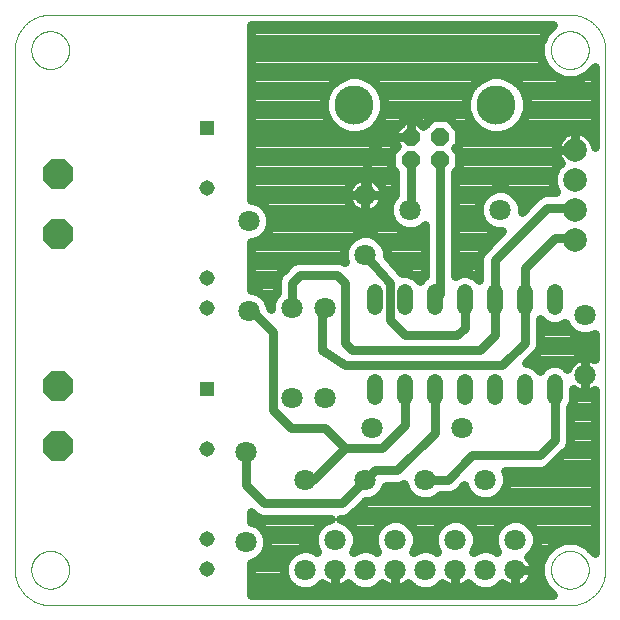
<source format=gbl>
G75*
%MOIN*%
%OFA0B0*%
%FSLAX25Y25*%
%IPPOS*%
%LPD*%
%AMOC8*
5,1,8,0,0,1.08239X$1,22.5*
%
%ADD10C,0.00000*%
%ADD11C,0.07087*%
%ADD12C,0.05200*%
%ADD13OC8,0.05740*%
%ADD14C,0.13055*%
%ADD15C,0.07874*%
%ADD16R,0.05150X0.05150*%
%ADD17C,0.05150*%
%ADD18OC8,0.10000*%
%ADD19C,0.03150*%
D10*
X0013011Y0007724D02*
X0186239Y0007724D01*
X0179940Y0019535D02*
X0179942Y0019693D01*
X0179948Y0019851D01*
X0179958Y0020009D01*
X0179972Y0020167D01*
X0179990Y0020324D01*
X0180011Y0020481D01*
X0180037Y0020637D01*
X0180067Y0020793D01*
X0180100Y0020948D01*
X0180138Y0021101D01*
X0180179Y0021254D01*
X0180224Y0021406D01*
X0180273Y0021557D01*
X0180326Y0021706D01*
X0180382Y0021854D01*
X0180442Y0022000D01*
X0180506Y0022145D01*
X0180574Y0022288D01*
X0180645Y0022430D01*
X0180719Y0022570D01*
X0180797Y0022707D01*
X0180879Y0022843D01*
X0180963Y0022977D01*
X0181052Y0023108D01*
X0181143Y0023237D01*
X0181238Y0023364D01*
X0181335Y0023489D01*
X0181436Y0023611D01*
X0181540Y0023730D01*
X0181647Y0023847D01*
X0181757Y0023961D01*
X0181870Y0024072D01*
X0181985Y0024181D01*
X0182103Y0024286D01*
X0182224Y0024388D01*
X0182347Y0024488D01*
X0182473Y0024584D01*
X0182601Y0024677D01*
X0182731Y0024767D01*
X0182864Y0024853D01*
X0182999Y0024937D01*
X0183135Y0025016D01*
X0183274Y0025093D01*
X0183415Y0025165D01*
X0183557Y0025235D01*
X0183701Y0025300D01*
X0183847Y0025362D01*
X0183994Y0025420D01*
X0184143Y0025475D01*
X0184293Y0025526D01*
X0184444Y0025573D01*
X0184596Y0025616D01*
X0184749Y0025655D01*
X0184904Y0025691D01*
X0185059Y0025722D01*
X0185215Y0025750D01*
X0185371Y0025774D01*
X0185528Y0025794D01*
X0185686Y0025810D01*
X0185843Y0025822D01*
X0186002Y0025830D01*
X0186160Y0025834D01*
X0186318Y0025834D01*
X0186476Y0025830D01*
X0186635Y0025822D01*
X0186792Y0025810D01*
X0186950Y0025794D01*
X0187107Y0025774D01*
X0187263Y0025750D01*
X0187419Y0025722D01*
X0187574Y0025691D01*
X0187729Y0025655D01*
X0187882Y0025616D01*
X0188034Y0025573D01*
X0188185Y0025526D01*
X0188335Y0025475D01*
X0188484Y0025420D01*
X0188631Y0025362D01*
X0188777Y0025300D01*
X0188921Y0025235D01*
X0189063Y0025165D01*
X0189204Y0025093D01*
X0189343Y0025016D01*
X0189479Y0024937D01*
X0189614Y0024853D01*
X0189747Y0024767D01*
X0189877Y0024677D01*
X0190005Y0024584D01*
X0190131Y0024488D01*
X0190254Y0024388D01*
X0190375Y0024286D01*
X0190493Y0024181D01*
X0190608Y0024072D01*
X0190721Y0023961D01*
X0190831Y0023847D01*
X0190938Y0023730D01*
X0191042Y0023611D01*
X0191143Y0023489D01*
X0191240Y0023364D01*
X0191335Y0023237D01*
X0191426Y0023108D01*
X0191515Y0022977D01*
X0191599Y0022843D01*
X0191681Y0022707D01*
X0191759Y0022570D01*
X0191833Y0022430D01*
X0191904Y0022288D01*
X0191972Y0022145D01*
X0192036Y0022000D01*
X0192096Y0021854D01*
X0192152Y0021706D01*
X0192205Y0021557D01*
X0192254Y0021406D01*
X0192299Y0021254D01*
X0192340Y0021101D01*
X0192378Y0020948D01*
X0192411Y0020793D01*
X0192441Y0020637D01*
X0192467Y0020481D01*
X0192488Y0020324D01*
X0192506Y0020167D01*
X0192520Y0020009D01*
X0192530Y0019851D01*
X0192536Y0019693D01*
X0192538Y0019535D01*
X0192536Y0019377D01*
X0192530Y0019219D01*
X0192520Y0019061D01*
X0192506Y0018903D01*
X0192488Y0018746D01*
X0192467Y0018589D01*
X0192441Y0018433D01*
X0192411Y0018277D01*
X0192378Y0018122D01*
X0192340Y0017969D01*
X0192299Y0017816D01*
X0192254Y0017664D01*
X0192205Y0017513D01*
X0192152Y0017364D01*
X0192096Y0017216D01*
X0192036Y0017070D01*
X0191972Y0016925D01*
X0191904Y0016782D01*
X0191833Y0016640D01*
X0191759Y0016500D01*
X0191681Y0016363D01*
X0191599Y0016227D01*
X0191515Y0016093D01*
X0191426Y0015962D01*
X0191335Y0015833D01*
X0191240Y0015706D01*
X0191143Y0015581D01*
X0191042Y0015459D01*
X0190938Y0015340D01*
X0190831Y0015223D01*
X0190721Y0015109D01*
X0190608Y0014998D01*
X0190493Y0014889D01*
X0190375Y0014784D01*
X0190254Y0014682D01*
X0190131Y0014582D01*
X0190005Y0014486D01*
X0189877Y0014393D01*
X0189747Y0014303D01*
X0189614Y0014217D01*
X0189479Y0014133D01*
X0189343Y0014054D01*
X0189204Y0013977D01*
X0189063Y0013905D01*
X0188921Y0013835D01*
X0188777Y0013770D01*
X0188631Y0013708D01*
X0188484Y0013650D01*
X0188335Y0013595D01*
X0188185Y0013544D01*
X0188034Y0013497D01*
X0187882Y0013454D01*
X0187729Y0013415D01*
X0187574Y0013379D01*
X0187419Y0013348D01*
X0187263Y0013320D01*
X0187107Y0013296D01*
X0186950Y0013276D01*
X0186792Y0013260D01*
X0186635Y0013248D01*
X0186476Y0013240D01*
X0186318Y0013236D01*
X0186160Y0013236D01*
X0186002Y0013240D01*
X0185843Y0013248D01*
X0185686Y0013260D01*
X0185528Y0013276D01*
X0185371Y0013296D01*
X0185215Y0013320D01*
X0185059Y0013348D01*
X0184904Y0013379D01*
X0184749Y0013415D01*
X0184596Y0013454D01*
X0184444Y0013497D01*
X0184293Y0013544D01*
X0184143Y0013595D01*
X0183994Y0013650D01*
X0183847Y0013708D01*
X0183701Y0013770D01*
X0183557Y0013835D01*
X0183415Y0013905D01*
X0183274Y0013977D01*
X0183135Y0014054D01*
X0182999Y0014133D01*
X0182864Y0014217D01*
X0182731Y0014303D01*
X0182601Y0014393D01*
X0182473Y0014486D01*
X0182347Y0014582D01*
X0182224Y0014682D01*
X0182103Y0014784D01*
X0181985Y0014889D01*
X0181870Y0014998D01*
X0181757Y0015109D01*
X0181647Y0015223D01*
X0181540Y0015340D01*
X0181436Y0015459D01*
X0181335Y0015581D01*
X0181238Y0015706D01*
X0181143Y0015833D01*
X0181052Y0015962D01*
X0180963Y0016093D01*
X0180879Y0016227D01*
X0180797Y0016363D01*
X0180719Y0016500D01*
X0180645Y0016640D01*
X0180574Y0016782D01*
X0180506Y0016925D01*
X0180442Y0017070D01*
X0180382Y0017216D01*
X0180326Y0017364D01*
X0180273Y0017513D01*
X0180224Y0017664D01*
X0180179Y0017816D01*
X0180138Y0017969D01*
X0180100Y0018122D01*
X0180067Y0018277D01*
X0180037Y0018433D01*
X0180011Y0018589D01*
X0179990Y0018746D01*
X0179972Y0018903D01*
X0179958Y0019061D01*
X0179948Y0019219D01*
X0179942Y0019377D01*
X0179940Y0019535D01*
X0186239Y0007724D02*
X0186524Y0007727D01*
X0186810Y0007738D01*
X0187095Y0007755D01*
X0187379Y0007779D01*
X0187663Y0007810D01*
X0187946Y0007848D01*
X0188227Y0007893D01*
X0188508Y0007944D01*
X0188788Y0008002D01*
X0189066Y0008067D01*
X0189342Y0008139D01*
X0189616Y0008217D01*
X0189889Y0008302D01*
X0190159Y0008394D01*
X0190427Y0008492D01*
X0190693Y0008596D01*
X0190956Y0008707D01*
X0191216Y0008824D01*
X0191474Y0008947D01*
X0191728Y0009077D01*
X0191979Y0009213D01*
X0192227Y0009354D01*
X0192471Y0009502D01*
X0192712Y0009655D01*
X0192948Y0009815D01*
X0193181Y0009980D01*
X0193410Y0010150D01*
X0193635Y0010326D01*
X0193855Y0010508D01*
X0194071Y0010694D01*
X0194282Y0010886D01*
X0194489Y0011083D01*
X0194691Y0011285D01*
X0194888Y0011492D01*
X0195080Y0011703D01*
X0195266Y0011919D01*
X0195448Y0012139D01*
X0195624Y0012364D01*
X0195794Y0012593D01*
X0195959Y0012826D01*
X0196119Y0013062D01*
X0196272Y0013303D01*
X0196420Y0013547D01*
X0196561Y0013795D01*
X0196697Y0014046D01*
X0196827Y0014300D01*
X0196950Y0014558D01*
X0197067Y0014818D01*
X0197178Y0015081D01*
X0197282Y0015347D01*
X0197380Y0015615D01*
X0197472Y0015885D01*
X0197557Y0016158D01*
X0197635Y0016432D01*
X0197707Y0016708D01*
X0197772Y0016986D01*
X0197830Y0017266D01*
X0197881Y0017547D01*
X0197926Y0017828D01*
X0197964Y0018111D01*
X0197995Y0018395D01*
X0198019Y0018679D01*
X0198036Y0018964D01*
X0198047Y0019250D01*
X0198050Y0019535D01*
X0198050Y0192764D01*
X0179940Y0192764D02*
X0179942Y0192922D01*
X0179948Y0193080D01*
X0179958Y0193238D01*
X0179972Y0193396D01*
X0179990Y0193553D01*
X0180011Y0193710D01*
X0180037Y0193866D01*
X0180067Y0194022D01*
X0180100Y0194177D01*
X0180138Y0194330D01*
X0180179Y0194483D01*
X0180224Y0194635D01*
X0180273Y0194786D01*
X0180326Y0194935D01*
X0180382Y0195083D01*
X0180442Y0195229D01*
X0180506Y0195374D01*
X0180574Y0195517D01*
X0180645Y0195659D01*
X0180719Y0195799D01*
X0180797Y0195936D01*
X0180879Y0196072D01*
X0180963Y0196206D01*
X0181052Y0196337D01*
X0181143Y0196466D01*
X0181238Y0196593D01*
X0181335Y0196718D01*
X0181436Y0196840D01*
X0181540Y0196959D01*
X0181647Y0197076D01*
X0181757Y0197190D01*
X0181870Y0197301D01*
X0181985Y0197410D01*
X0182103Y0197515D01*
X0182224Y0197617D01*
X0182347Y0197717D01*
X0182473Y0197813D01*
X0182601Y0197906D01*
X0182731Y0197996D01*
X0182864Y0198082D01*
X0182999Y0198166D01*
X0183135Y0198245D01*
X0183274Y0198322D01*
X0183415Y0198394D01*
X0183557Y0198464D01*
X0183701Y0198529D01*
X0183847Y0198591D01*
X0183994Y0198649D01*
X0184143Y0198704D01*
X0184293Y0198755D01*
X0184444Y0198802D01*
X0184596Y0198845D01*
X0184749Y0198884D01*
X0184904Y0198920D01*
X0185059Y0198951D01*
X0185215Y0198979D01*
X0185371Y0199003D01*
X0185528Y0199023D01*
X0185686Y0199039D01*
X0185843Y0199051D01*
X0186002Y0199059D01*
X0186160Y0199063D01*
X0186318Y0199063D01*
X0186476Y0199059D01*
X0186635Y0199051D01*
X0186792Y0199039D01*
X0186950Y0199023D01*
X0187107Y0199003D01*
X0187263Y0198979D01*
X0187419Y0198951D01*
X0187574Y0198920D01*
X0187729Y0198884D01*
X0187882Y0198845D01*
X0188034Y0198802D01*
X0188185Y0198755D01*
X0188335Y0198704D01*
X0188484Y0198649D01*
X0188631Y0198591D01*
X0188777Y0198529D01*
X0188921Y0198464D01*
X0189063Y0198394D01*
X0189204Y0198322D01*
X0189343Y0198245D01*
X0189479Y0198166D01*
X0189614Y0198082D01*
X0189747Y0197996D01*
X0189877Y0197906D01*
X0190005Y0197813D01*
X0190131Y0197717D01*
X0190254Y0197617D01*
X0190375Y0197515D01*
X0190493Y0197410D01*
X0190608Y0197301D01*
X0190721Y0197190D01*
X0190831Y0197076D01*
X0190938Y0196959D01*
X0191042Y0196840D01*
X0191143Y0196718D01*
X0191240Y0196593D01*
X0191335Y0196466D01*
X0191426Y0196337D01*
X0191515Y0196206D01*
X0191599Y0196072D01*
X0191681Y0195936D01*
X0191759Y0195799D01*
X0191833Y0195659D01*
X0191904Y0195517D01*
X0191972Y0195374D01*
X0192036Y0195229D01*
X0192096Y0195083D01*
X0192152Y0194935D01*
X0192205Y0194786D01*
X0192254Y0194635D01*
X0192299Y0194483D01*
X0192340Y0194330D01*
X0192378Y0194177D01*
X0192411Y0194022D01*
X0192441Y0193866D01*
X0192467Y0193710D01*
X0192488Y0193553D01*
X0192506Y0193396D01*
X0192520Y0193238D01*
X0192530Y0193080D01*
X0192536Y0192922D01*
X0192538Y0192764D01*
X0192536Y0192606D01*
X0192530Y0192448D01*
X0192520Y0192290D01*
X0192506Y0192132D01*
X0192488Y0191975D01*
X0192467Y0191818D01*
X0192441Y0191662D01*
X0192411Y0191506D01*
X0192378Y0191351D01*
X0192340Y0191198D01*
X0192299Y0191045D01*
X0192254Y0190893D01*
X0192205Y0190742D01*
X0192152Y0190593D01*
X0192096Y0190445D01*
X0192036Y0190299D01*
X0191972Y0190154D01*
X0191904Y0190011D01*
X0191833Y0189869D01*
X0191759Y0189729D01*
X0191681Y0189592D01*
X0191599Y0189456D01*
X0191515Y0189322D01*
X0191426Y0189191D01*
X0191335Y0189062D01*
X0191240Y0188935D01*
X0191143Y0188810D01*
X0191042Y0188688D01*
X0190938Y0188569D01*
X0190831Y0188452D01*
X0190721Y0188338D01*
X0190608Y0188227D01*
X0190493Y0188118D01*
X0190375Y0188013D01*
X0190254Y0187911D01*
X0190131Y0187811D01*
X0190005Y0187715D01*
X0189877Y0187622D01*
X0189747Y0187532D01*
X0189614Y0187446D01*
X0189479Y0187362D01*
X0189343Y0187283D01*
X0189204Y0187206D01*
X0189063Y0187134D01*
X0188921Y0187064D01*
X0188777Y0186999D01*
X0188631Y0186937D01*
X0188484Y0186879D01*
X0188335Y0186824D01*
X0188185Y0186773D01*
X0188034Y0186726D01*
X0187882Y0186683D01*
X0187729Y0186644D01*
X0187574Y0186608D01*
X0187419Y0186577D01*
X0187263Y0186549D01*
X0187107Y0186525D01*
X0186950Y0186505D01*
X0186792Y0186489D01*
X0186635Y0186477D01*
X0186476Y0186469D01*
X0186318Y0186465D01*
X0186160Y0186465D01*
X0186002Y0186469D01*
X0185843Y0186477D01*
X0185686Y0186489D01*
X0185528Y0186505D01*
X0185371Y0186525D01*
X0185215Y0186549D01*
X0185059Y0186577D01*
X0184904Y0186608D01*
X0184749Y0186644D01*
X0184596Y0186683D01*
X0184444Y0186726D01*
X0184293Y0186773D01*
X0184143Y0186824D01*
X0183994Y0186879D01*
X0183847Y0186937D01*
X0183701Y0186999D01*
X0183557Y0187064D01*
X0183415Y0187134D01*
X0183274Y0187206D01*
X0183135Y0187283D01*
X0182999Y0187362D01*
X0182864Y0187446D01*
X0182731Y0187532D01*
X0182601Y0187622D01*
X0182473Y0187715D01*
X0182347Y0187811D01*
X0182224Y0187911D01*
X0182103Y0188013D01*
X0181985Y0188118D01*
X0181870Y0188227D01*
X0181757Y0188338D01*
X0181647Y0188452D01*
X0181540Y0188569D01*
X0181436Y0188688D01*
X0181335Y0188810D01*
X0181238Y0188935D01*
X0181143Y0189062D01*
X0181052Y0189191D01*
X0180963Y0189322D01*
X0180879Y0189456D01*
X0180797Y0189592D01*
X0180719Y0189729D01*
X0180645Y0189869D01*
X0180574Y0190011D01*
X0180506Y0190154D01*
X0180442Y0190299D01*
X0180382Y0190445D01*
X0180326Y0190593D01*
X0180273Y0190742D01*
X0180224Y0190893D01*
X0180179Y0191045D01*
X0180138Y0191198D01*
X0180100Y0191351D01*
X0180067Y0191506D01*
X0180037Y0191662D01*
X0180011Y0191818D01*
X0179990Y0191975D01*
X0179972Y0192132D01*
X0179958Y0192290D01*
X0179948Y0192448D01*
X0179942Y0192606D01*
X0179940Y0192764D01*
X0186239Y0204575D02*
X0186524Y0204572D01*
X0186810Y0204561D01*
X0187095Y0204544D01*
X0187379Y0204520D01*
X0187663Y0204489D01*
X0187946Y0204451D01*
X0188227Y0204406D01*
X0188508Y0204355D01*
X0188788Y0204297D01*
X0189066Y0204232D01*
X0189342Y0204160D01*
X0189616Y0204082D01*
X0189889Y0203997D01*
X0190159Y0203905D01*
X0190427Y0203807D01*
X0190693Y0203703D01*
X0190956Y0203592D01*
X0191216Y0203475D01*
X0191474Y0203352D01*
X0191728Y0203222D01*
X0191979Y0203086D01*
X0192227Y0202945D01*
X0192471Y0202797D01*
X0192712Y0202644D01*
X0192948Y0202484D01*
X0193181Y0202319D01*
X0193410Y0202149D01*
X0193635Y0201973D01*
X0193855Y0201791D01*
X0194071Y0201605D01*
X0194282Y0201413D01*
X0194489Y0201216D01*
X0194691Y0201014D01*
X0194888Y0200807D01*
X0195080Y0200596D01*
X0195266Y0200380D01*
X0195448Y0200160D01*
X0195624Y0199935D01*
X0195794Y0199706D01*
X0195959Y0199473D01*
X0196119Y0199237D01*
X0196272Y0198996D01*
X0196420Y0198752D01*
X0196561Y0198504D01*
X0196697Y0198253D01*
X0196827Y0197999D01*
X0196950Y0197741D01*
X0197067Y0197481D01*
X0197178Y0197218D01*
X0197282Y0196952D01*
X0197380Y0196684D01*
X0197472Y0196414D01*
X0197557Y0196141D01*
X0197635Y0195867D01*
X0197707Y0195591D01*
X0197772Y0195313D01*
X0197830Y0195033D01*
X0197881Y0194752D01*
X0197926Y0194471D01*
X0197964Y0194188D01*
X0197995Y0193904D01*
X0198019Y0193620D01*
X0198036Y0193335D01*
X0198047Y0193049D01*
X0198050Y0192764D01*
X0186239Y0204575D02*
X0013011Y0204575D01*
X0006712Y0192764D02*
X0006714Y0192922D01*
X0006720Y0193080D01*
X0006730Y0193238D01*
X0006744Y0193396D01*
X0006762Y0193553D01*
X0006783Y0193710D01*
X0006809Y0193866D01*
X0006839Y0194022D01*
X0006872Y0194177D01*
X0006910Y0194330D01*
X0006951Y0194483D01*
X0006996Y0194635D01*
X0007045Y0194786D01*
X0007098Y0194935D01*
X0007154Y0195083D01*
X0007214Y0195229D01*
X0007278Y0195374D01*
X0007346Y0195517D01*
X0007417Y0195659D01*
X0007491Y0195799D01*
X0007569Y0195936D01*
X0007651Y0196072D01*
X0007735Y0196206D01*
X0007824Y0196337D01*
X0007915Y0196466D01*
X0008010Y0196593D01*
X0008107Y0196718D01*
X0008208Y0196840D01*
X0008312Y0196959D01*
X0008419Y0197076D01*
X0008529Y0197190D01*
X0008642Y0197301D01*
X0008757Y0197410D01*
X0008875Y0197515D01*
X0008996Y0197617D01*
X0009119Y0197717D01*
X0009245Y0197813D01*
X0009373Y0197906D01*
X0009503Y0197996D01*
X0009636Y0198082D01*
X0009771Y0198166D01*
X0009907Y0198245D01*
X0010046Y0198322D01*
X0010187Y0198394D01*
X0010329Y0198464D01*
X0010473Y0198529D01*
X0010619Y0198591D01*
X0010766Y0198649D01*
X0010915Y0198704D01*
X0011065Y0198755D01*
X0011216Y0198802D01*
X0011368Y0198845D01*
X0011521Y0198884D01*
X0011676Y0198920D01*
X0011831Y0198951D01*
X0011987Y0198979D01*
X0012143Y0199003D01*
X0012300Y0199023D01*
X0012458Y0199039D01*
X0012615Y0199051D01*
X0012774Y0199059D01*
X0012932Y0199063D01*
X0013090Y0199063D01*
X0013248Y0199059D01*
X0013407Y0199051D01*
X0013564Y0199039D01*
X0013722Y0199023D01*
X0013879Y0199003D01*
X0014035Y0198979D01*
X0014191Y0198951D01*
X0014346Y0198920D01*
X0014501Y0198884D01*
X0014654Y0198845D01*
X0014806Y0198802D01*
X0014957Y0198755D01*
X0015107Y0198704D01*
X0015256Y0198649D01*
X0015403Y0198591D01*
X0015549Y0198529D01*
X0015693Y0198464D01*
X0015835Y0198394D01*
X0015976Y0198322D01*
X0016115Y0198245D01*
X0016251Y0198166D01*
X0016386Y0198082D01*
X0016519Y0197996D01*
X0016649Y0197906D01*
X0016777Y0197813D01*
X0016903Y0197717D01*
X0017026Y0197617D01*
X0017147Y0197515D01*
X0017265Y0197410D01*
X0017380Y0197301D01*
X0017493Y0197190D01*
X0017603Y0197076D01*
X0017710Y0196959D01*
X0017814Y0196840D01*
X0017915Y0196718D01*
X0018012Y0196593D01*
X0018107Y0196466D01*
X0018198Y0196337D01*
X0018287Y0196206D01*
X0018371Y0196072D01*
X0018453Y0195936D01*
X0018531Y0195799D01*
X0018605Y0195659D01*
X0018676Y0195517D01*
X0018744Y0195374D01*
X0018808Y0195229D01*
X0018868Y0195083D01*
X0018924Y0194935D01*
X0018977Y0194786D01*
X0019026Y0194635D01*
X0019071Y0194483D01*
X0019112Y0194330D01*
X0019150Y0194177D01*
X0019183Y0194022D01*
X0019213Y0193866D01*
X0019239Y0193710D01*
X0019260Y0193553D01*
X0019278Y0193396D01*
X0019292Y0193238D01*
X0019302Y0193080D01*
X0019308Y0192922D01*
X0019310Y0192764D01*
X0019308Y0192606D01*
X0019302Y0192448D01*
X0019292Y0192290D01*
X0019278Y0192132D01*
X0019260Y0191975D01*
X0019239Y0191818D01*
X0019213Y0191662D01*
X0019183Y0191506D01*
X0019150Y0191351D01*
X0019112Y0191198D01*
X0019071Y0191045D01*
X0019026Y0190893D01*
X0018977Y0190742D01*
X0018924Y0190593D01*
X0018868Y0190445D01*
X0018808Y0190299D01*
X0018744Y0190154D01*
X0018676Y0190011D01*
X0018605Y0189869D01*
X0018531Y0189729D01*
X0018453Y0189592D01*
X0018371Y0189456D01*
X0018287Y0189322D01*
X0018198Y0189191D01*
X0018107Y0189062D01*
X0018012Y0188935D01*
X0017915Y0188810D01*
X0017814Y0188688D01*
X0017710Y0188569D01*
X0017603Y0188452D01*
X0017493Y0188338D01*
X0017380Y0188227D01*
X0017265Y0188118D01*
X0017147Y0188013D01*
X0017026Y0187911D01*
X0016903Y0187811D01*
X0016777Y0187715D01*
X0016649Y0187622D01*
X0016519Y0187532D01*
X0016386Y0187446D01*
X0016251Y0187362D01*
X0016115Y0187283D01*
X0015976Y0187206D01*
X0015835Y0187134D01*
X0015693Y0187064D01*
X0015549Y0186999D01*
X0015403Y0186937D01*
X0015256Y0186879D01*
X0015107Y0186824D01*
X0014957Y0186773D01*
X0014806Y0186726D01*
X0014654Y0186683D01*
X0014501Y0186644D01*
X0014346Y0186608D01*
X0014191Y0186577D01*
X0014035Y0186549D01*
X0013879Y0186525D01*
X0013722Y0186505D01*
X0013564Y0186489D01*
X0013407Y0186477D01*
X0013248Y0186469D01*
X0013090Y0186465D01*
X0012932Y0186465D01*
X0012774Y0186469D01*
X0012615Y0186477D01*
X0012458Y0186489D01*
X0012300Y0186505D01*
X0012143Y0186525D01*
X0011987Y0186549D01*
X0011831Y0186577D01*
X0011676Y0186608D01*
X0011521Y0186644D01*
X0011368Y0186683D01*
X0011216Y0186726D01*
X0011065Y0186773D01*
X0010915Y0186824D01*
X0010766Y0186879D01*
X0010619Y0186937D01*
X0010473Y0186999D01*
X0010329Y0187064D01*
X0010187Y0187134D01*
X0010046Y0187206D01*
X0009907Y0187283D01*
X0009771Y0187362D01*
X0009636Y0187446D01*
X0009503Y0187532D01*
X0009373Y0187622D01*
X0009245Y0187715D01*
X0009119Y0187811D01*
X0008996Y0187911D01*
X0008875Y0188013D01*
X0008757Y0188118D01*
X0008642Y0188227D01*
X0008529Y0188338D01*
X0008419Y0188452D01*
X0008312Y0188569D01*
X0008208Y0188688D01*
X0008107Y0188810D01*
X0008010Y0188935D01*
X0007915Y0189062D01*
X0007824Y0189191D01*
X0007735Y0189322D01*
X0007651Y0189456D01*
X0007569Y0189592D01*
X0007491Y0189729D01*
X0007417Y0189869D01*
X0007346Y0190011D01*
X0007278Y0190154D01*
X0007214Y0190299D01*
X0007154Y0190445D01*
X0007098Y0190593D01*
X0007045Y0190742D01*
X0006996Y0190893D01*
X0006951Y0191045D01*
X0006910Y0191198D01*
X0006872Y0191351D01*
X0006839Y0191506D01*
X0006809Y0191662D01*
X0006783Y0191818D01*
X0006762Y0191975D01*
X0006744Y0192132D01*
X0006730Y0192290D01*
X0006720Y0192448D01*
X0006714Y0192606D01*
X0006712Y0192764D01*
X0001200Y0192764D02*
X0001200Y0019535D01*
X0006712Y0019535D02*
X0006714Y0019693D01*
X0006720Y0019851D01*
X0006730Y0020009D01*
X0006744Y0020167D01*
X0006762Y0020324D01*
X0006783Y0020481D01*
X0006809Y0020637D01*
X0006839Y0020793D01*
X0006872Y0020948D01*
X0006910Y0021101D01*
X0006951Y0021254D01*
X0006996Y0021406D01*
X0007045Y0021557D01*
X0007098Y0021706D01*
X0007154Y0021854D01*
X0007214Y0022000D01*
X0007278Y0022145D01*
X0007346Y0022288D01*
X0007417Y0022430D01*
X0007491Y0022570D01*
X0007569Y0022707D01*
X0007651Y0022843D01*
X0007735Y0022977D01*
X0007824Y0023108D01*
X0007915Y0023237D01*
X0008010Y0023364D01*
X0008107Y0023489D01*
X0008208Y0023611D01*
X0008312Y0023730D01*
X0008419Y0023847D01*
X0008529Y0023961D01*
X0008642Y0024072D01*
X0008757Y0024181D01*
X0008875Y0024286D01*
X0008996Y0024388D01*
X0009119Y0024488D01*
X0009245Y0024584D01*
X0009373Y0024677D01*
X0009503Y0024767D01*
X0009636Y0024853D01*
X0009771Y0024937D01*
X0009907Y0025016D01*
X0010046Y0025093D01*
X0010187Y0025165D01*
X0010329Y0025235D01*
X0010473Y0025300D01*
X0010619Y0025362D01*
X0010766Y0025420D01*
X0010915Y0025475D01*
X0011065Y0025526D01*
X0011216Y0025573D01*
X0011368Y0025616D01*
X0011521Y0025655D01*
X0011676Y0025691D01*
X0011831Y0025722D01*
X0011987Y0025750D01*
X0012143Y0025774D01*
X0012300Y0025794D01*
X0012458Y0025810D01*
X0012615Y0025822D01*
X0012774Y0025830D01*
X0012932Y0025834D01*
X0013090Y0025834D01*
X0013248Y0025830D01*
X0013407Y0025822D01*
X0013564Y0025810D01*
X0013722Y0025794D01*
X0013879Y0025774D01*
X0014035Y0025750D01*
X0014191Y0025722D01*
X0014346Y0025691D01*
X0014501Y0025655D01*
X0014654Y0025616D01*
X0014806Y0025573D01*
X0014957Y0025526D01*
X0015107Y0025475D01*
X0015256Y0025420D01*
X0015403Y0025362D01*
X0015549Y0025300D01*
X0015693Y0025235D01*
X0015835Y0025165D01*
X0015976Y0025093D01*
X0016115Y0025016D01*
X0016251Y0024937D01*
X0016386Y0024853D01*
X0016519Y0024767D01*
X0016649Y0024677D01*
X0016777Y0024584D01*
X0016903Y0024488D01*
X0017026Y0024388D01*
X0017147Y0024286D01*
X0017265Y0024181D01*
X0017380Y0024072D01*
X0017493Y0023961D01*
X0017603Y0023847D01*
X0017710Y0023730D01*
X0017814Y0023611D01*
X0017915Y0023489D01*
X0018012Y0023364D01*
X0018107Y0023237D01*
X0018198Y0023108D01*
X0018287Y0022977D01*
X0018371Y0022843D01*
X0018453Y0022707D01*
X0018531Y0022570D01*
X0018605Y0022430D01*
X0018676Y0022288D01*
X0018744Y0022145D01*
X0018808Y0022000D01*
X0018868Y0021854D01*
X0018924Y0021706D01*
X0018977Y0021557D01*
X0019026Y0021406D01*
X0019071Y0021254D01*
X0019112Y0021101D01*
X0019150Y0020948D01*
X0019183Y0020793D01*
X0019213Y0020637D01*
X0019239Y0020481D01*
X0019260Y0020324D01*
X0019278Y0020167D01*
X0019292Y0020009D01*
X0019302Y0019851D01*
X0019308Y0019693D01*
X0019310Y0019535D01*
X0019308Y0019377D01*
X0019302Y0019219D01*
X0019292Y0019061D01*
X0019278Y0018903D01*
X0019260Y0018746D01*
X0019239Y0018589D01*
X0019213Y0018433D01*
X0019183Y0018277D01*
X0019150Y0018122D01*
X0019112Y0017969D01*
X0019071Y0017816D01*
X0019026Y0017664D01*
X0018977Y0017513D01*
X0018924Y0017364D01*
X0018868Y0017216D01*
X0018808Y0017070D01*
X0018744Y0016925D01*
X0018676Y0016782D01*
X0018605Y0016640D01*
X0018531Y0016500D01*
X0018453Y0016363D01*
X0018371Y0016227D01*
X0018287Y0016093D01*
X0018198Y0015962D01*
X0018107Y0015833D01*
X0018012Y0015706D01*
X0017915Y0015581D01*
X0017814Y0015459D01*
X0017710Y0015340D01*
X0017603Y0015223D01*
X0017493Y0015109D01*
X0017380Y0014998D01*
X0017265Y0014889D01*
X0017147Y0014784D01*
X0017026Y0014682D01*
X0016903Y0014582D01*
X0016777Y0014486D01*
X0016649Y0014393D01*
X0016519Y0014303D01*
X0016386Y0014217D01*
X0016251Y0014133D01*
X0016115Y0014054D01*
X0015976Y0013977D01*
X0015835Y0013905D01*
X0015693Y0013835D01*
X0015549Y0013770D01*
X0015403Y0013708D01*
X0015256Y0013650D01*
X0015107Y0013595D01*
X0014957Y0013544D01*
X0014806Y0013497D01*
X0014654Y0013454D01*
X0014501Y0013415D01*
X0014346Y0013379D01*
X0014191Y0013348D01*
X0014035Y0013320D01*
X0013879Y0013296D01*
X0013722Y0013276D01*
X0013564Y0013260D01*
X0013407Y0013248D01*
X0013248Y0013240D01*
X0013090Y0013236D01*
X0012932Y0013236D01*
X0012774Y0013240D01*
X0012615Y0013248D01*
X0012458Y0013260D01*
X0012300Y0013276D01*
X0012143Y0013296D01*
X0011987Y0013320D01*
X0011831Y0013348D01*
X0011676Y0013379D01*
X0011521Y0013415D01*
X0011368Y0013454D01*
X0011216Y0013497D01*
X0011065Y0013544D01*
X0010915Y0013595D01*
X0010766Y0013650D01*
X0010619Y0013708D01*
X0010473Y0013770D01*
X0010329Y0013835D01*
X0010187Y0013905D01*
X0010046Y0013977D01*
X0009907Y0014054D01*
X0009771Y0014133D01*
X0009636Y0014217D01*
X0009503Y0014303D01*
X0009373Y0014393D01*
X0009245Y0014486D01*
X0009119Y0014582D01*
X0008996Y0014682D01*
X0008875Y0014784D01*
X0008757Y0014889D01*
X0008642Y0014998D01*
X0008529Y0015109D01*
X0008419Y0015223D01*
X0008312Y0015340D01*
X0008208Y0015459D01*
X0008107Y0015581D01*
X0008010Y0015706D01*
X0007915Y0015833D01*
X0007824Y0015962D01*
X0007735Y0016093D01*
X0007651Y0016227D01*
X0007569Y0016363D01*
X0007491Y0016500D01*
X0007417Y0016640D01*
X0007346Y0016782D01*
X0007278Y0016925D01*
X0007214Y0017070D01*
X0007154Y0017216D01*
X0007098Y0017364D01*
X0007045Y0017513D01*
X0006996Y0017664D01*
X0006951Y0017816D01*
X0006910Y0017969D01*
X0006872Y0018122D01*
X0006839Y0018277D01*
X0006809Y0018433D01*
X0006783Y0018589D01*
X0006762Y0018746D01*
X0006744Y0018903D01*
X0006730Y0019061D01*
X0006720Y0019219D01*
X0006714Y0019377D01*
X0006712Y0019535D01*
X0001200Y0019535D02*
X0001203Y0019250D01*
X0001214Y0018964D01*
X0001231Y0018679D01*
X0001255Y0018395D01*
X0001286Y0018111D01*
X0001324Y0017828D01*
X0001369Y0017547D01*
X0001420Y0017266D01*
X0001478Y0016986D01*
X0001543Y0016708D01*
X0001615Y0016432D01*
X0001693Y0016158D01*
X0001778Y0015885D01*
X0001870Y0015615D01*
X0001968Y0015347D01*
X0002072Y0015081D01*
X0002183Y0014818D01*
X0002300Y0014558D01*
X0002423Y0014300D01*
X0002553Y0014046D01*
X0002689Y0013795D01*
X0002830Y0013547D01*
X0002978Y0013303D01*
X0003131Y0013062D01*
X0003291Y0012826D01*
X0003456Y0012593D01*
X0003626Y0012364D01*
X0003802Y0012139D01*
X0003984Y0011919D01*
X0004170Y0011703D01*
X0004362Y0011492D01*
X0004559Y0011285D01*
X0004761Y0011083D01*
X0004968Y0010886D01*
X0005179Y0010694D01*
X0005395Y0010508D01*
X0005615Y0010326D01*
X0005840Y0010150D01*
X0006069Y0009980D01*
X0006302Y0009815D01*
X0006538Y0009655D01*
X0006779Y0009502D01*
X0007023Y0009354D01*
X0007271Y0009213D01*
X0007522Y0009077D01*
X0007776Y0008947D01*
X0008034Y0008824D01*
X0008294Y0008707D01*
X0008557Y0008596D01*
X0008823Y0008492D01*
X0009091Y0008394D01*
X0009361Y0008302D01*
X0009634Y0008217D01*
X0009908Y0008139D01*
X0010184Y0008067D01*
X0010462Y0008002D01*
X0010742Y0007944D01*
X0011023Y0007893D01*
X0011304Y0007848D01*
X0011587Y0007810D01*
X0011871Y0007779D01*
X0012155Y0007755D01*
X0012440Y0007738D01*
X0012726Y0007727D01*
X0013011Y0007724D01*
X0001200Y0192764D02*
X0001203Y0193049D01*
X0001214Y0193335D01*
X0001231Y0193620D01*
X0001255Y0193904D01*
X0001286Y0194188D01*
X0001324Y0194471D01*
X0001369Y0194752D01*
X0001420Y0195033D01*
X0001478Y0195313D01*
X0001543Y0195591D01*
X0001615Y0195867D01*
X0001693Y0196141D01*
X0001778Y0196414D01*
X0001870Y0196684D01*
X0001968Y0196952D01*
X0002072Y0197218D01*
X0002183Y0197481D01*
X0002300Y0197741D01*
X0002423Y0197999D01*
X0002553Y0198253D01*
X0002689Y0198504D01*
X0002830Y0198752D01*
X0002978Y0198996D01*
X0003131Y0199237D01*
X0003291Y0199473D01*
X0003456Y0199706D01*
X0003626Y0199935D01*
X0003802Y0200160D01*
X0003984Y0200380D01*
X0004170Y0200596D01*
X0004362Y0200807D01*
X0004559Y0201014D01*
X0004761Y0201216D01*
X0004968Y0201413D01*
X0005179Y0201605D01*
X0005395Y0201791D01*
X0005615Y0201973D01*
X0005840Y0202149D01*
X0006069Y0202319D01*
X0006302Y0202484D01*
X0006538Y0202644D01*
X0006779Y0202797D01*
X0007023Y0202945D01*
X0007271Y0203086D01*
X0007522Y0203222D01*
X0007776Y0203352D01*
X0008034Y0203475D01*
X0008294Y0203592D01*
X0008557Y0203703D01*
X0008823Y0203807D01*
X0009091Y0203905D01*
X0009361Y0203997D01*
X0009634Y0204082D01*
X0009908Y0204160D01*
X0010184Y0204232D01*
X0010462Y0204297D01*
X0010742Y0204355D01*
X0011023Y0204406D01*
X0011304Y0204451D01*
X0011587Y0204489D01*
X0011871Y0204520D01*
X0012155Y0204544D01*
X0012440Y0204561D01*
X0012726Y0204572D01*
X0013011Y0204575D01*
D11*
X0079200Y0135724D03*
X0093700Y0106937D03*
X0104487Y0106937D03*
X0118050Y0124575D03*
X0133050Y0139575D03*
X0118050Y0144575D03*
X0079200Y0105724D03*
X0093700Y0076937D03*
X0104487Y0076937D03*
X0120413Y0066937D03*
X0118050Y0049575D03*
X0108050Y0029575D03*
X0108050Y0019575D03*
X0098050Y0019575D03*
X0078200Y0028724D03*
X0098050Y0049575D03*
X0078200Y0058724D03*
X0118050Y0019575D03*
X0128050Y0019575D03*
X0128050Y0029575D03*
X0138050Y0019575D03*
X0148050Y0019575D03*
X0148050Y0029575D03*
X0158050Y0019575D03*
X0168050Y0019575D03*
X0168050Y0029575D03*
X0158050Y0049575D03*
X0150413Y0066937D03*
X0138050Y0049575D03*
X0191200Y0084575D03*
X0191200Y0104575D03*
X0163050Y0139575D03*
D12*
X0161200Y0112175D02*
X0161200Y0106975D01*
X0151200Y0106975D02*
X0151200Y0112175D01*
X0141200Y0112175D02*
X0141200Y0106975D01*
X0131200Y0106975D02*
X0131200Y0112175D01*
X0121200Y0112175D02*
X0121200Y0106975D01*
X0121200Y0082175D02*
X0121200Y0076975D01*
X0131200Y0076975D02*
X0131200Y0082175D01*
X0141200Y0082175D02*
X0141200Y0076975D01*
X0151200Y0076975D02*
X0151200Y0082175D01*
X0161200Y0082175D02*
X0161200Y0076975D01*
X0171200Y0076975D02*
X0171200Y0082175D01*
X0181200Y0082175D02*
X0181200Y0076975D01*
X0181200Y0106975D02*
X0181200Y0112175D01*
X0171200Y0112175D02*
X0171200Y0106975D01*
D13*
X0142972Y0156031D03*
X0142972Y0163906D03*
X0133129Y0163906D03*
X0133129Y0156031D03*
D14*
X0114350Y0174575D03*
X0161751Y0174575D03*
D15*
X0188050Y0159575D03*
X0188050Y0149575D03*
X0188050Y0139575D03*
X0188050Y0129575D03*
D16*
X0065200Y0166724D03*
X0065200Y0079724D03*
D17*
X0065200Y0059724D03*
X0065200Y0029724D03*
X0065200Y0019724D03*
X0065200Y0106724D03*
X0065200Y0116724D03*
X0065200Y0146724D03*
D18*
X0015665Y0151583D03*
X0015665Y0131583D03*
X0015665Y0080717D03*
X0015665Y0060717D03*
D19*
X0078200Y0058724D02*
X0078200Y0047724D01*
X0084200Y0041724D01*
X0110200Y0041724D01*
X0118050Y0049575D01*
X0121200Y0052724D01*
X0128700Y0052724D01*
X0141200Y0065224D01*
X0141200Y0079575D01*
X0131200Y0079575D02*
X0131200Y0067724D01*
X0123700Y0060224D01*
X0111200Y0060224D01*
X0104700Y0066724D01*
X0093200Y0066724D01*
X0087200Y0072724D01*
X0087200Y0098724D01*
X0080200Y0105724D01*
X0079200Y0105724D01*
X0085736Y0108464D02*
X0086662Y0108464D01*
X0086613Y0108347D02*
X0086613Y0106549D01*
X0086287Y0106876D01*
X0086287Y0107134D01*
X0085208Y0109739D01*
X0083214Y0111732D01*
X0080610Y0112811D01*
X0080050Y0112811D01*
X0080050Y0128638D01*
X0080610Y0128638D01*
X0083214Y0129717D01*
X0085208Y0131710D01*
X0086287Y0134315D01*
X0086287Y0137134D01*
X0085208Y0139739D01*
X0083214Y0141732D01*
X0080610Y0142811D01*
X0080050Y0142811D01*
X0080050Y0201031D01*
X0180588Y0201031D01*
X0177895Y0198339D01*
X0176397Y0194722D01*
X0176397Y0190806D01*
X0177895Y0187188D01*
X0180664Y0184420D01*
X0184282Y0182921D01*
X0188197Y0182921D01*
X0191815Y0184420D01*
X0194507Y0187112D01*
X0194507Y0160420D01*
X0194451Y0160848D01*
X0194230Y0161672D01*
X0193903Y0162461D01*
X0193476Y0163200D01*
X0192957Y0163878D01*
X0192353Y0164481D01*
X0191676Y0165001D01*
X0190937Y0165428D01*
X0190148Y0165754D01*
X0189324Y0165975D01*
X0188477Y0166087D01*
X0188050Y0166087D01*
X0187624Y0166087D01*
X0186777Y0165975D01*
X0185953Y0165754D01*
X0185164Y0165428D01*
X0184425Y0165001D01*
X0183748Y0164481D01*
X0183144Y0163878D01*
X0182624Y0163200D01*
X0182198Y0162461D01*
X0181871Y0161672D01*
X0181650Y0160848D01*
X0181539Y0160002D01*
X0181539Y0159575D01*
X0188050Y0159575D01*
X0188050Y0159575D01*
X0188050Y0166087D01*
X0188050Y0159575D01*
X0188050Y0159575D01*
X0181539Y0159575D01*
X0181539Y0159148D01*
X0181650Y0158302D01*
X0181871Y0157477D01*
X0182198Y0156689D01*
X0182624Y0155949D01*
X0183144Y0155272D01*
X0183156Y0155260D01*
X0181709Y0153812D01*
X0180570Y0151063D01*
X0180570Y0148087D01*
X0181707Y0145343D01*
X0177682Y0145343D01*
X0175801Y0144563D01*
X0174361Y0143124D01*
X0170137Y0138899D01*
X0170137Y0140984D01*
X0169058Y0143589D01*
X0167065Y0145583D01*
X0164460Y0146661D01*
X0161641Y0146661D01*
X0159036Y0145583D01*
X0157043Y0143589D01*
X0155964Y0140984D01*
X0155964Y0138165D01*
X0157043Y0135561D01*
X0159036Y0133567D01*
X0161641Y0132488D01*
X0163726Y0132488D01*
X0156861Y0125624D01*
X0156082Y0123742D01*
X0156082Y0115981D01*
X0154680Y0117383D01*
X0152422Y0118318D01*
X0149978Y0118318D01*
X0148090Y0117536D01*
X0148090Y0152080D01*
X0149385Y0153375D01*
X0149385Y0158688D01*
X0148105Y0159968D01*
X0149385Y0161249D01*
X0149385Y0166562D01*
X0145628Y0170319D01*
X0140315Y0170319D01*
X0137366Y0167369D01*
X0135384Y0169350D01*
X0133129Y0169350D01*
X0130874Y0169350D01*
X0127684Y0166161D01*
X0127684Y0163906D01*
X0133129Y0163906D01*
X0133129Y0169350D01*
X0133129Y0163906D01*
X0133129Y0163906D01*
X0133129Y0163905D01*
X0127684Y0163905D01*
X0127684Y0161650D01*
X0128681Y0160653D01*
X0126716Y0158688D01*
X0126716Y0153375D01*
X0128011Y0152080D01*
X0128011Y0144557D01*
X0127043Y0143589D01*
X0125964Y0140984D01*
X0125964Y0138165D01*
X0127043Y0135561D01*
X0129036Y0133567D01*
X0131641Y0132488D01*
X0134460Y0132488D01*
X0137065Y0133567D01*
X0137854Y0134356D01*
X0137854Y0117438D01*
X0137720Y0117383D01*
X0136200Y0115863D01*
X0134680Y0117383D01*
X0132422Y0118318D01*
X0130344Y0118318D01*
X0129943Y0118719D01*
X0125137Y0124234D01*
X0125137Y0125984D01*
X0124058Y0128589D01*
X0122065Y0130583D01*
X0119460Y0131661D01*
X0116641Y0131661D01*
X0114036Y0130583D01*
X0112043Y0128589D01*
X0110964Y0125984D01*
X0110964Y0123165D01*
X0111383Y0122153D01*
X0109718Y0122843D01*
X0095182Y0122843D01*
X0093301Y0122063D01*
X0090801Y0119563D01*
X0089361Y0118124D01*
X0088582Y0116242D01*
X0088582Y0111841D01*
X0087692Y0110951D01*
X0086613Y0108347D01*
X0088353Y0111612D02*
X0083334Y0111612D01*
X0080050Y0114760D02*
X0088582Y0114760D01*
X0089272Y0117909D02*
X0080050Y0117909D01*
X0080050Y0121057D02*
X0092294Y0121057D01*
X0096200Y0117724D02*
X0093700Y0115224D01*
X0093700Y0106937D01*
X0103700Y0106150D02*
X0104487Y0106937D01*
X0103700Y0106150D02*
X0103700Y0092724D01*
X0111200Y0087724D01*
X0163700Y0087724D01*
X0171200Y0095224D01*
X0171200Y0109575D01*
X0171200Y0120224D01*
X0181200Y0130224D01*
X0187401Y0130224D01*
X0188050Y0129575D01*
X0188050Y0139575D02*
X0187401Y0140224D01*
X0178700Y0140224D01*
X0161200Y0122724D01*
X0161200Y0109575D01*
X0161200Y0097724D01*
X0156200Y0092724D01*
X0113700Y0092724D01*
X0111200Y0095224D01*
X0111200Y0115224D01*
X0108700Y0117724D01*
X0096200Y0117724D01*
X0083999Y0130501D02*
X0113955Y0130501D01*
X0111531Y0127353D02*
X0080050Y0127353D01*
X0080050Y0124205D02*
X0110964Y0124205D01*
X0118050Y0124575D02*
X0126200Y0115224D01*
X0126200Y0102724D01*
X0131200Y0097724D01*
X0148700Y0097724D01*
X0151200Y0100224D01*
X0151200Y0109575D01*
X0142972Y0111346D02*
X0141200Y0109575D01*
X0142972Y0111346D02*
X0142972Y0156031D01*
X0149385Y0155686D02*
X0182826Y0155686D01*
X0181580Y0158834D02*
X0149239Y0158834D01*
X0149385Y0161982D02*
X0181999Y0161982D01*
X0184649Y0165130D02*
X0165415Y0165130D01*
X0165638Y0165190D02*
X0167935Y0166516D01*
X0169810Y0168391D01*
X0171136Y0170688D01*
X0171822Y0173249D01*
X0171822Y0175901D01*
X0171136Y0178462D01*
X0169810Y0180758D01*
X0167935Y0182633D01*
X0165638Y0183959D01*
X0163077Y0184646D01*
X0160425Y0184646D01*
X0157864Y0183959D01*
X0155568Y0182633D01*
X0153692Y0180758D01*
X0152367Y0178462D01*
X0151680Y0175901D01*
X0151680Y0173249D01*
X0152367Y0170688D01*
X0153692Y0168391D01*
X0155568Y0166516D01*
X0157864Y0165190D01*
X0160425Y0164504D01*
X0163077Y0164504D01*
X0165638Y0165190D01*
X0169697Y0168278D02*
X0194507Y0168278D01*
X0194507Y0165130D02*
X0191452Y0165130D01*
X0188050Y0165130D02*
X0188050Y0165130D01*
X0188050Y0161982D02*
X0188050Y0161982D01*
X0194102Y0161982D02*
X0194507Y0161982D01*
X0194507Y0171427D02*
X0171334Y0171427D01*
X0171822Y0174575D02*
X0194507Y0174575D01*
X0194507Y0177723D02*
X0171334Y0177723D01*
X0169697Y0180871D02*
X0194507Y0180871D01*
X0194507Y0184019D02*
X0190847Y0184019D01*
X0181631Y0184019D02*
X0165416Y0184019D01*
X0158087Y0184019D02*
X0118014Y0184019D01*
X0118237Y0183959D02*
X0115675Y0184646D01*
X0113024Y0184646D01*
X0110462Y0183959D01*
X0108166Y0182633D01*
X0106291Y0180758D01*
X0104965Y0178462D01*
X0104279Y0175901D01*
X0104279Y0173249D01*
X0104965Y0170688D01*
X0106291Y0168391D01*
X0108166Y0166516D01*
X0110462Y0165190D01*
X0113024Y0164504D01*
X0115675Y0164504D01*
X0118237Y0165190D01*
X0120533Y0166516D01*
X0122408Y0168391D01*
X0123734Y0170688D01*
X0124420Y0173249D01*
X0124420Y0175901D01*
X0123734Y0178462D01*
X0122408Y0180758D01*
X0120533Y0182633D01*
X0118237Y0183959D01*
X0122296Y0180871D02*
X0153805Y0180871D01*
X0152169Y0177723D02*
X0123932Y0177723D01*
X0124420Y0174575D02*
X0151680Y0174575D01*
X0152169Y0171427D02*
X0123932Y0171427D01*
X0122296Y0168278D02*
X0129802Y0168278D01*
X0133129Y0168278D02*
X0133129Y0168278D01*
X0133129Y0165130D02*
X0133129Y0165130D01*
X0133129Y0163906D02*
X0124881Y0163906D01*
X0118700Y0157724D01*
X0118700Y0145224D01*
X0118050Y0144575D01*
X0118050Y0144575D01*
X0111932Y0144575D01*
X0111932Y0145056D01*
X0112083Y0146007D01*
X0112381Y0146923D01*
X0112818Y0147781D01*
X0113384Y0148560D01*
X0114065Y0149241D01*
X0114844Y0149807D01*
X0115702Y0150245D01*
X0116618Y0150542D01*
X0117569Y0150693D01*
X0118050Y0150693D01*
X0118050Y0144575D01*
X0118050Y0144575D01*
X0111932Y0144575D01*
X0111932Y0144093D01*
X0112083Y0143142D01*
X0112381Y0142226D01*
X0112818Y0141368D01*
X0113384Y0140589D01*
X0114065Y0139908D01*
X0114844Y0139342D01*
X0115702Y0138905D01*
X0116618Y0138607D01*
X0117569Y0138457D01*
X0118050Y0138457D01*
X0118050Y0144575D01*
X0118050Y0150693D01*
X0118532Y0150693D01*
X0119483Y0150542D01*
X0120399Y0150245D01*
X0121257Y0149807D01*
X0122036Y0149241D01*
X0122717Y0148560D01*
X0123283Y0147781D01*
X0123720Y0146923D01*
X0124018Y0146007D01*
X0124168Y0145056D01*
X0124168Y0144575D01*
X0118051Y0144575D01*
X0118051Y0144575D01*
X0124168Y0144575D01*
X0124168Y0144093D01*
X0124018Y0143142D01*
X0123720Y0142226D01*
X0123283Y0141368D01*
X0122717Y0140589D01*
X0122036Y0139908D01*
X0121257Y0139342D01*
X0120399Y0138905D01*
X0119483Y0138607D01*
X0118532Y0138457D01*
X0118050Y0138457D01*
X0118050Y0144575D01*
X0118050Y0144575D01*
X0118050Y0143093D02*
X0118050Y0143093D01*
X0118050Y0146242D02*
X0118050Y0146242D01*
X0118050Y0149390D02*
X0118050Y0149390D01*
X0114269Y0149390D02*
X0080050Y0149390D01*
X0080050Y0152538D02*
X0127553Y0152538D01*
X0128011Y0149390D02*
X0121832Y0149390D01*
X0123942Y0146242D02*
X0128011Y0146242D01*
X0126837Y0143093D02*
X0124002Y0143093D01*
X0122073Y0139945D02*
X0125964Y0139945D01*
X0126530Y0136797D02*
X0086287Y0136797D01*
X0085001Y0139945D02*
X0114028Y0139945D01*
X0112099Y0143093D02*
X0080050Y0143093D01*
X0080050Y0146242D02*
X0112159Y0146242D01*
X0118050Y0139945D02*
X0118050Y0139945D01*
X0122146Y0130501D02*
X0137854Y0130501D01*
X0137854Y0133649D02*
X0137147Y0133649D01*
X0137854Y0127353D02*
X0124570Y0127353D01*
X0125162Y0124205D02*
X0137854Y0124205D01*
X0137854Y0121057D02*
X0127906Y0121057D01*
X0133411Y0117909D02*
X0137854Y0117909D01*
X0148090Y0117909D02*
X0148989Y0117909D01*
X0148090Y0121057D02*
X0156082Y0121057D01*
X0156273Y0124205D02*
X0148090Y0124205D01*
X0148090Y0127353D02*
X0158590Y0127353D01*
X0161738Y0130501D02*
X0148090Y0130501D01*
X0148090Y0133649D02*
X0158954Y0133649D01*
X0156530Y0136797D02*
X0148090Y0136797D01*
X0148090Y0139945D02*
X0155964Y0139945D01*
X0156837Y0143093D02*
X0148090Y0143093D01*
X0148090Y0146242D02*
X0160627Y0146242D01*
X0165474Y0146242D02*
X0181334Y0146242D01*
X0180570Y0149390D02*
X0148090Y0149390D01*
X0148548Y0152538D02*
X0181181Y0152538D01*
X0174331Y0143093D02*
X0169263Y0143093D01*
X0170137Y0139945D02*
X0171183Y0139945D01*
X0156082Y0117909D02*
X0153411Y0117909D01*
X0133050Y0139575D02*
X0133129Y0139654D01*
X0133129Y0156031D01*
X0127684Y0161982D02*
X0080050Y0161982D01*
X0080050Y0158834D02*
X0126862Y0158834D01*
X0126716Y0155686D02*
X0080050Y0155686D01*
X0080050Y0165130D02*
X0110686Y0165130D01*
X0106404Y0168278D02*
X0080050Y0168278D01*
X0080050Y0171427D02*
X0104767Y0171427D01*
X0104279Y0174575D02*
X0080050Y0174575D01*
X0080050Y0177723D02*
X0104767Y0177723D01*
X0106403Y0180871D02*
X0080050Y0180871D01*
X0080050Y0184019D02*
X0110685Y0184019D01*
X0118013Y0165130D02*
X0127684Y0165130D01*
X0136456Y0168278D02*
X0138275Y0168278D01*
X0147669Y0168278D02*
X0153805Y0168278D01*
X0158088Y0165130D02*
X0149385Y0165130D01*
X0176600Y0190315D02*
X0080050Y0190315D01*
X0080050Y0193463D02*
X0176397Y0193463D01*
X0177180Y0196611D02*
X0080050Y0196611D01*
X0080050Y0199760D02*
X0179316Y0199760D01*
X0177917Y0187167D02*
X0080050Y0187167D01*
X0086011Y0133649D02*
X0128954Y0133649D01*
X0171532Y0088318D02*
X0175539Y0092325D01*
X0176318Y0094206D01*
X0176318Y0096242D01*
X0176318Y0103169D01*
X0177720Y0101767D01*
X0179978Y0100831D01*
X0182422Y0100831D01*
X0184680Y0101767D01*
X0184689Y0101776D01*
X0185192Y0100561D01*
X0187186Y0098567D01*
X0189790Y0097488D01*
X0192610Y0097488D01*
X0194507Y0098274D01*
X0194507Y0089734D01*
X0194407Y0089807D01*
X0193549Y0090245D01*
X0192633Y0090542D01*
X0191682Y0090693D01*
X0191200Y0090693D01*
X0191200Y0084575D01*
X0191200Y0084575D01*
X0191200Y0090693D01*
X0190718Y0090693D01*
X0189767Y0090542D01*
X0188851Y0090245D01*
X0187993Y0089807D01*
X0187214Y0089241D01*
X0186533Y0088560D01*
X0185967Y0087781D01*
X0185530Y0086923D01*
X0185434Y0086628D01*
X0184680Y0087383D01*
X0182422Y0088318D01*
X0179978Y0088318D01*
X0177720Y0087383D01*
X0176200Y0085863D01*
X0174680Y0087383D01*
X0172422Y0088318D01*
X0171532Y0088318D01*
X0172789Y0089575D02*
X0187674Y0089575D01*
X0191200Y0089575D02*
X0191200Y0089575D01*
X0191200Y0086427D02*
X0191200Y0086427D01*
X0191200Y0084575D02*
X0191200Y0078457D01*
X0191682Y0078457D01*
X0192633Y0078607D01*
X0193549Y0078905D01*
X0194407Y0079342D01*
X0194507Y0079415D01*
X0194507Y0025187D01*
X0191815Y0027880D01*
X0188197Y0029378D01*
X0184282Y0029378D01*
X0180664Y0027880D01*
X0177895Y0025111D01*
X0176397Y0021493D01*
X0176397Y0017578D01*
X0177895Y0013960D01*
X0180588Y0011268D01*
X0080050Y0011268D01*
X0080050Y0021820D01*
X0082214Y0022717D01*
X0084208Y0024710D01*
X0085287Y0027315D01*
X0085287Y0030134D01*
X0084208Y0032739D01*
X0082214Y0034732D01*
X0080050Y0035628D01*
X0080050Y0038636D01*
X0081301Y0037385D01*
X0083182Y0036606D01*
X0106508Y0036606D01*
X0104036Y0035583D01*
X0102043Y0033589D01*
X0100964Y0030984D01*
X0100964Y0028165D01*
X0102027Y0025598D01*
X0099460Y0026661D01*
X0096641Y0026661D01*
X0094036Y0025583D01*
X0092043Y0023589D01*
X0090964Y0020984D01*
X0090964Y0018165D01*
X0092043Y0015561D01*
X0094036Y0013567D01*
X0096641Y0012488D01*
X0099460Y0012488D01*
X0102065Y0013567D01*
X0103735Y0015238D01*
X0104065Y0014908D01*
X0104844Y0014342D01*
X0105702Y0013905D01*
X0106618Y0013607D01*
X0107569Y0013457D01*
X0108050Y0013457D01*
X0108050Y0019575D01*
X0108050Y0019575D01*
X0108050Y0013457D01*
X0108532Y0013457D01*
X0109483Y0013607D01*
X0110399Y0013905D01*
X0111257Y0014342D01*
X0112036Y0014908D01*
X0112366Y0015238D01*
X0114036Y0013567D01*
X0116641Y0012488D01*
X0119460Y0012488D01*
X0122065Y0013567D01*
X0123735Y0015238D01*
X0124065Y0014908D01*
X0124844Y0014342D01*
X0125702Y0013905D01*
X0126618Y0013607D01*
X0127569Y0013457D01*
X0128050Y0013457D01*
X0128050Y0019575D01*
X0128050Y0019575D01*
X0128050Y0013457D01*
X0128532Y0013457D01*
X0129483Y0013607D01*
X0130399Y0013905D01*
X0131257Y0014342D01*
X0132036Y0014908D01*
X0132366Y0015238D01*
X0134036Y0013567D01*
X0136641Y0012488D01*
X0139460Y0012488D01*
X0142065Y0013567D01*
X0143735Y0015238D01*
X0144065Y0014908D01*
X0144844Y0014342D01*
X0145702Y0013905D01*
X0146618Y0013607D01*
X0147569Y0013457D01*
X0148050Y0013457D01*
X0148050Y0019575D01*
X0148050Y0019575D01*
X0148050Y0013457D01*
X0148532Y0013457D01*
X0149483Y0013607D01*
X0150399Y0013905D01*
X0151257Y0014342D01*
X0152036Y0014908D01*
X0152366Y0015238D01*
X0154036Y0013567D01*
X0156641Y0012488D01*
X0159460Y0012488D01*
X0162065Y0013567D01*
X0163735Y0015238D01*
X0164065Y0014908D01*
X0164844Y0014342D01*
X0165702Y0013905D01*
X0166618Y0013607D01*
X0167569Y0013457D01*
X0168050Y0013457D01*
X0168050Y0019575D01*
X0168050Y0019575D01*
X0168051Y0019575D02*
X0174168Y0019575D01*
X0174168Y0020056D01*
X0174018Y0021007D01*
X0173720Y0021923D01*
X0173283Y0022781D01*
X0172717Y0023560D01*
X0172388Y0023890D01*
X0174058Y0025561D01*
X0175137Y0028165D01*
X0175137Y0030984D01*
X0174058Y0033589D01*
X0172065Y0035583D01*
X0169460Y0036661D01*
X0166641Y0036661D01*
X0164036Y0035583D01*
X0162043Y0033589D01*
X0160964Y0030984D01*
X0160964Y0028165D01*
X0162027Y0025598D01*
X0159460Y0026661D01*
X0156641Y0026661D01*
X0154074Y0025598D01*
X0155137Y0028165D01*
X0155137Y0030984D01*
X0154058Y0033589D01*
X0152065Y0035583D01*
X0149460Y0036661D01*
X0146641Y0036661D01*
X0144036Y0035583D01*
X0142043Y0033589D01*
X0140964Y0030984D01*
X0140964Y0028165D01*
X0142027Y0025598D01*
X0139460Y0026661D01*
X0136641Y0026661D01*
X0134074Y0025598D01*
X0135137Y0028165D01*
X0135137Y0030984D01*
X0134058Y0033589D01*
X0132065Y0035583D01*
X0129460Y0036661D01*
X0126641Y0036661D01*
X0124036Y0035583D01*
X0122043Y0033589D01*
X0120964Y0030984D01*
X0120964Y0028165D01*
X0122027Y0025598D01*
X0119460Y0026661D01*
X0116641Y0026661D01*
X0114074Y0025598D01*
X0115137Y0028165D01*
X0115137Y0030984D01*
X0114058Y0033589D01*
X0112065Y0035583D01*
X0109593Y0036606D01*
X0111218Y0036606D01*
X0113099Y0037385D01*
X0118202Y0042488D01*
X0119460Y0042488D01*
X0122065Y0043567D01*
X0124058Y0045561D01*
X0124905Y0047606D01*
X0129718Y0047606D01*
X0130979Y0048129D01*
X0132043Y0045561D01*
X0134036Y0043567D01*
X0136641Y0042488D01*
X0139460Y0042488D01*
X0142065Y0043567D01*
X0142954Y0044457D01*
X0146568Y0044457D01*
X0148450Y0045236D01*
X0151085Y0047872D01*
X0152043Y0045561D01*
X0154036Y0043567D01*
X0156641Y0042488D01*
X0159460Y0042488D01*
X0162065Y0043567D01*
X0164058Y0045561D01*
X0165137Y0048165D01*
X0165137Y0050984D01*
X0164465Y0052606D01*
X0177218Y0052606D01*
X0179099Y0053385D01*
X0184099Y0058385D01*
X0185539Y0059825D01*
X0186318Y0061706D01*
X0186318Y0073405D01*
X0186408Y0073495D01*
X0187343Y0075753D01*
X0187343Y0079814D01*
X0187993Y0079342D01*
X0188851Y0078905D01*
X0189767Y0078607D01*
X0190718Y0078457D01*
X0191200Y0078457D01*
X0191200Y0084575D01*
X0191200Y0084575D01*
X0191200Y0083279D02*
X0191200Y0083279D01*
X0191200Y0080131D02*
X0191200Y0080131D01*
X0194507Y0076983D02*
X0187343Y0076983D01*
X0186549Y0073835D02*
X0194507Y0073835D01*
X0194507Y0070687D02*
X0186318Y0070687D01*
X0186318Y0067539D02*
X0194507Y0067539D01*
X0194507Y0064391D02*
X0186318Y0064391D01*
X0186126Y0061242D02*
X0194507Y0061242D01*
X0194507Y0058094D02*
X0183808Y0058094D01*
X0180660Y0054946D02*
X0194507Y0054946D01*
X0194507Y0051798D02*
X0164800Y0051798D01*
X0165137Y0048650D02*
X0194507Y0048650D01*
X0194507Y0045502D02*
X0163999Y0045502D01*
X0165183Y0036057D02*
X0150918Y0036057D01*
X0154340Y0032909D02*
X0161761Y0032909D01*
X0160964Y0029761D02*
X0155137Y0029761D01*
X0154494Y0026613D02*
X0156524Y0026613D01*
X0159577Y0026613D02*
X0161607Y0026613D01*
X0168051Y0019575D02*
X0168051Y0019575D01*
X0174168Y0019575D01*
X0174168Y0019093D01*
X0174018Y0018142D01*
X0173720Y0017226D01*
X0173283Y0016368D01*
X0172717Y0015589D01*
X0172036Y0014908D01*
X0171257Y0014342D01*
X0170399Y0013905D01*
X0169483Y0013607D01*
X0168532Y0013457D01*
X0168050Y0013457D01*
X0168050Y0019575D01*
X0168050Y0017169D02*
X0168050Y0017169D01*
X0168050Y0014021D02*
X0168050Y0014021D01*
X0165475Y0014021D02*
X0162518Y0014021D01*
X0170626Y0014021D02*
X0177870Y0014021D01*
X0176566Y0017169D02*
X0173691Y0017169D01*
X0174127Y0020317D02*
X0176397Y0020317D01*
X0177214Y0023465D02*
X0172786Y0023465D01*
X0174494Y0026613D02*
X0179398Y0026613D01*
X0175137Y0029761D02*
X0194507Y0029761D01*
X0194507Y0026613D02*
X0193081Y0026613D01*
X0194507Y0032909D02*
X0174340Y0032909D01*
X0170918Y0036057D02*
X0194507Y0036057D01*
X0194507Y0039206D02*
X0114919Y0039206D01*
X0118067Y0042354D02*
X0194507Y0042354D01*
X0176200Y0057724D02*
X0181200Y0062724D01*
X0181200Y0079575D01*
X0176765Y0086427D02*
X0175635Y0086427D01*
X0175704Y0092724D02*
X0194507Y0092724D01*
X0194507Y0095872D02*
X0176318Y0095872D01*
X0176318Y0099020D02*
X0186733Y0099020D01*
X0177319Y0102168D02*
X0176318Y0102168D01*
X0176200Y0057724D02*
X0153700Y0057724D01*
X0145550Y0049575D01*
X0138050Y0049575D01*
X0132101Y0045502D02*
X0123999Y0045502D01*
X0125183Y0036057D02*
X0110918Y0036057D01*
X0114340Y0032909D02*
X0121761Y0032909D01*
X0120964Y0029761D02*
X0115137Y0029761D01*
X0114494Y0026613D02*
X0116524Y0026613D01*
X0119577Y0026613D02*
X0121607Y0026613D01*
X0130918Y0036057D02*
X0145183Y0036057D01*
X0141761Y0032909D02*
X0134340Y0032909D01*
X0135137Y0029761D02*
X0140964Y0029761D01*
X0141607Y0026613D02*
X0139577Y0026613D01*
X0136524Y0026613D02*
X0134494Y0026613D01*
X0128050Y0017169D02*
X0128050Y0017169D01*
X0128050Y0014021D02*
X0128050Y0014021D01*
X0125475Y0014021D02*
X0122518Y0014021D01*
X0130626Y0014021D02*
X0133583Y0014021D01*
X0142518Y0014021D02*
X0145475Y0014021D01*
X0148050Y0014021D02*
X0148050Y0014021D01*
X0150626Y0014021D02*
X0153583Y0014021D01*
X0148050Y0017169D02*
X0148050Y0017169D01*
X0148716Y0045502D02*
X0152101Y0045502D01*
X0113583Y0014021D02*
X0110626Y0014021D01*
X0108050Y0014021D02*
X0108050Y0014021D01*
X0105475Y0014021D02*
X0102518Y0014021D01*
X0108050Y0017169D02*
X0108050Y0017169D01*
X0101607Y0026613D02*
X0099577Y0026613D01*
X0100964Y0029761D02*
X0085287Y0029761D01*
X0084996Y0026613D02*
X0096524Y0026613D01*
X0091991Y0023465D02*
X0082963Y0023465D01*
X0080050Y0020317D02*
X0090964Y0020317D01*
X0091377Y0017169D02*
X0080050Y0017169D01*
X0080050Y0014021D02*
X0093583Y0014021D01*
X0101761Y0032909D02*
X0084037Y0032909D01*
X0080050Y0036057D02*
X0105183Y0036057D01*
X0100550Y0049575D02*
X0098050Y0049575D01*
X0100550Y0049575D02*
X0111200Y0060224D01*
M02*

</source>
